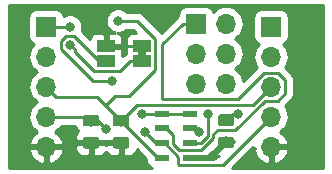
<source format=gbr>
G04 #@! TF.GenerationSoftware,KiCad,Pcbnew,5.0.0*
G04 #@! TF.CreationDate,2018-11-11T14:42:04-05:00*
G04 #@! TF.ProjectId,Barometer-Pi-Module,4261726F6D657465722D50692D4D6F64,rev?*
G04 #@! TF.SameCoordinates,Original*
G04 #@! TF.FileFunction,Copper,L1,Top,Signal*
G04 #@! TF.FilePolarity,Positive*
%FSLAX46Y46*%
G04 Gerber Fmt 4.6, Leading zero omitted, Abs format (unit mm)*
G04 Created by KiCad (PCBNEW 5.0.0) date Sun Nov 11 14:42:04 2018*
%MOMM*%
%LPD*%
G01*
G04 APERTURE LIST*
G04 #@! TA.AperFunction,ComponentPad*
%ADD10R,1.700000X1.700000*%
G04 #@! TD*
G04 #@! TA.AperFunction,ComponentPad*
%ADD11O,1.700000X1.700000*%
G04 #@! TD*
G04 #@! TA.AperFunction,SMDPad,CuDef*
%ADD12C,1.000000*%
G04 #@! TD*
G04 #@! TA.AperFunction,Conductor*
%ADD13C,0.100000*%
G04 #@! TD*
G04 #@! TA.AperFunction,SMDPad,CuDef*
%ADD14R,1.500000X1.000000*%
G04 #@! TD*
G04 #@! TA.AperFunction,SMDPad,CuDef*
%ADD15R,1.310000X0.530000*%
G04 #@! TD*
G04 #@! TA.AperFunction,SMDPad,CuDef*
%ADD16C,0.975000*%
G04 #@! TD*
G04 #@! TA.AperFunction,ViaPad*
%ADD17C,0.800000*%
G04 #@! TD*
G04 #@! TA.AperFunction,Conductor*
%ADD18C,0.250000*%
G04 #@! TD*
G04 #@! TA.AperFunction,Conductor*
%ADD19C,0.500000*%
G04 #@! TD*
G04 #@! TA.AperFunction,Conductor*
%ADD20C,0.254000*%
G04 #@! TD*
G04 APERTURE END LIST*
D10*
G04 #@! TO.P,J2,1*
G04 #@! TO.N,SPI_MISO*
X195580000Y-81026000D03*
D11*
G04 #@! TO.P,J2,2*
G04 #@! TO.N,SPI_VCC*
X198120000Y-81026000D03*
G04 #@! TO.P,J2,3*
G04 #@! TO.N,SPI_SCK*
X195580000Y-83566000D03*
G04 #@! TO.P,J2,4*
G04 #@! TO.N,SPI_MOSI*
X198120000Y-83566000D03*
G04 #@! TO.P,J2,5*
G04 #@! TO.N,SPI_CS*
X195580000Y-86106000D03*
G04 #@! TO.P,J2,6*
G04 #@! TO.N,Earth*
X198120000Y-86106000D03*
G04 #@! TD*
D12*
G04 #@! TO.P,JP2,1*
G04 #@! TO.N,VDD*
X191008000Y-82916000D03*
D13*
G04 #@! TD*
G04 #@! TO.N,VDD*
G04 #@! TO.C,JP2*
G36*
X191308000Y-83416000D02*
X191308000Y-83816000D01*
X190708000Y-83816000D01*
X190708000Y-83416000D01*
X190258000Y-83416000D01*
X190258000Y-82416000D01*
X191758000Y-82416000D01*
X191758000Y-83416000D01*
X191308000Y-83416000D01*
X191308000Y-83416000D01*
G37*
D14*
G04 #@! TO.P,JP2,2*
G04 #@! TO.N,PS*
X191008000Y-84216000D03*
G04 #@! TD*
G04 #@! TO.P,JP1,2*
G04 #@! TO.N,CSB*
X187960000Y-84216000D03*
G04 #@! TO.P,JP1,1*
G04 #@! TO.N,VDD*
X187960000Y-82916000D03*
G04 #@! TD*
D15*
G04 #@! TO.P,U1,1*
G04 #@! TO.N,VDD*
X195067296Y-92388545D03*
G04 #@! TO.P,U1,8*
G04 #@! TO.N,SCL*
X192667296Y-92388545D03*
G04 #@! TO.P,U1,2*
G04 #@! TO.N,PS*
X195067296Y-91138545D03*
G04 #@! TO.P,U1,3*
G04 #@! TO.N,Earth*
X195067296Y-89888545D03*
G04 #@! TO.P,U1,4*
G04 #@! TO.N,CSB*
X195067296Y-88638545D03*
G04 #@! TO.P,U1,5*
X192667296Y-88638545D03*
G04 #@! TO.P,U1,6*
G04 #@! TO.N,SPI_MISO*
X192667296Y-89888545D03*
G04 #@! TO.P,U1,7*
G04 #@! TO.N,SDA*
X192667296Y-91138545D03*
G04 #@! TD*
D11*
G04 #@! TO.P,J4,5*
G04 #@! TO.N,VDD*
X201930000Y-91440000D03*
G04 #@! TO.P,J4,4*
G04 #@! TO.N,SDA*
X201930000Y-88900000D03*
G04 #@! TO.P,J4,3*
G04 #@! TO.N,SCL*
X201930000Y-86360000D03*
G04 #@! TO.P,J4,2*
G04 #@! TO.N,Net-(J4-Pad2)*
X201930000Y-83820000D03*
D10*
G04 #@! TO.P,J4,1*
G04 #@! TO.N,Earth*
X201930000Y-81280000D03*
G04 #@! TD*
D11*
G04 #@! TO.P,J1,5*
G04 #@! TO.N,VDD*
X182880000Y-91440000D03*
G04 #@! TO.P,J1,4*
G04 #@! TO.N,SDA*
X182880000Y-88900000D03*
G04 #@! TO.P,J1,3*
G04 #@! TO.N,SCL*
X182880000Y-86360000D03*
G04 #@! TO.P,J1,2*
G04 #@! TO.N,Net-(J1-Pad2)*
X182880000Y-83820000D03*
D10*
G04 #@! TO.P,J1,1*
G04 #@! TO.N,Earth*
X182880000Y-81280000D03*
G04 #@! TD*
D13*
G04 #@! TO.N,VDD*
G04 #@! TO.C,C1*
G36*
X198600142Y-90583719D02*
X198623803Y-90587229D01*
X198647007Y-90593041D01*
X198669529Y-90601099D01*
X198691153Y-90611327D01*
X198711670Y-90623624D01*
X198730883Y-90637874D01*
X198748607Y-90653938D01*
X198764671Y-90671662D01*
X198778921Y-90690875D01*
X198791218Y-90711392D01*
X198801446Y-90733016D01*
X198809504Y-90755538D01*
X198815316Y-90778742D01*
X198818826Y-90802403D01*
X198820000Y-90826295D01*
X198820000Y-91313795D01*
X198818826Y-91337687D01*
X198815316Y-91361348D01*
X198809504Y-91384552D01*
X198801446Y-91407074D01*
X198791218Y-91428698D01*
X198778921Y-91449215D01*
X198764671Y-91468428D01*
X198748607Y-91486152D01*
X198730883Y-91502216D01*
X198711670Y-91516466D01*
X198691153Y-91528763D01*
X198669529Y-91538991D01*
X198647007Y-91547049D01*
X198623803Y-91552861D01*
X198600142Y-91556371D01*
X198576250Y-91557545D01*
X197663750Y-91557545D01*
X197639858Y-91556371D01*
X197616197Y-91552861D01*
X197592993Y-91547049D01*
X197570471Y-91538991D01*
X197548847Y-91528763D01*
X197528330Y-91516466D01*
X197509117Y-91502216D01*
X197491393Y-91486152D01*
X197475329Y-91468428D01*
X197461079Y-91449215D01*
X197448782Y-91428698D01*
X197438554Y-91407074D01*
X197430496Y-91384552D01*
X197424684Y-91361348D01*
X197421174Y-91337687D01*
X197420000Y-91313795D01*
X197420000Y-90826295D01*
X197421174Y-90802403D01*
X197424684Y-90778742D01*
X197430496Y-90755538D01*
X197438554Y-90733016D01*
X197448782Y-90711392D01*
X197461079Y-90690875D01*
X197475329Y-90671662D01*
X197491393Y-90653938D01*
X197509117Y-90637874D01*
X197528330Y-90623624D01*
X197548847Y-90611327D01*
X197570471Y-90601099D01*
X197592993Y-90593041D01*
X197616197Y-90587229D01*
X197639858Y-90583719D01*
X197663750Y-90582545D01*
X198576250Y-90582545D01*
X198600142Y-90583719D01*
X198600142Y-90583719D01*
G37*
D16*
G04 #@! TD*
G04 #@! TO.P,C1,1*
G04 #@! TO.N,VDD*
X198120000Y-91070045D03*
D13*
G04 #@! TO.N,Earth*
G04 #@! TO.C,C1*
G36*
X198600142Y-88708719D02*
X198623803Y-88712229D01*
X198647007Y-88718041D01*
X198669529Y-88726099D01*
X198691153Y-88736327D01*
X198711670Y-88748624D01*
X198730883Y-88762874D01*
X198748607Y-88778938D01*
X198764671Y-88796662D01*
X198778921Y-88815875D01*
X198791218Y-88836392D01*
X198801446Y-88858016D01*
X198809504Y-88880538D01*
X198815316Y-88903742D01*
X198818826Y-88927403D01*
X198820000Y-88951295D01*
X198820000Y-89438795D01*
X198818826Y-89462687D01*
X198815316Y-89486348D01*
X198809504Y-89509552D01*
X198801446Y-89532074D01*
X198791218Y-89553698D01*
X198778921Y-89574215D01*
X198764671Y-89593428D01*
X198748607Y-89611152D01*
X198730883Y-89627216D01*
X198711670Y-89641466D01*
X198691153Y-89653763D01*
X198669529Y-89663991D01*
X198647007Y-89672049D01*
X198623803Y-89677861D01*
X198600142Y-89681371D01*
X198576250Y-89682545D01*
X197663750Y-89682545D01*
X197639858Y-89681371D01*
X197616197Y-89677861D01*
X197592993Y-89672049D01*
X197570471Y-89663991D01*
X197548847Y-89653763D01*
X197528330Y-89641466D01*
X197509117Y-89627216D01*
X197491393Y-89611152D01*
X197475329Y-89593428D01*
X197461079Y-89574215D01*
X197448782Y-89553698D01*
X197438554Y-89532074D01*
X197430496Y-89509552D01*
X197424684Y-89486348D01*
X197421174Y-89462687D01*
X197420000Y-89438795D01*
X197420000Y-88951295D01*
X197421174Y-88927403D01*
X197424684Y-88903742D01*
X197430496Y-88880538D01*
X197438554Y-88858016D01*
X197448782Y-88836392D01*
X197461079Y-88815875D01*
X197475329Y-88796662D01*
X197491393Y-88778938D01*
X197509117Y-88762874D01*
X197528330Y-88748624D01*
X197548847Y-88736327D01*
X197570471Y-88726099D01*
X197592993Y-88718041D01*
X197616197Y-88712229D01*
X197639858Y-88708719D01*
X197663750Y-88707545D01*
X198576250Y-88707545D01*
X198600142Y-88708719D01*
X198600142Y-88708719D01*
G37*
D16*
G04 #@! TD*
G04 #@! TO.P,C1,2*
G04 #@! TO.N,Earth*
X198120000Y-89195045D03*
D13*
G04 #@! TO.N,SCL*
G04 #@! TO.C,R2*
G36*
X189710142Y-88746174D02*
X189733803Y-88749684D01*
X189757007Y-88755496D01*
X189779529Y-88763554D01*
X189801153Y-88773782D01*
X189821670Y-88786079D01*
X189840883Y-88800329D01*
X189858607Y-88816393D01*
X189874671Y-88834117D01*
X189888921Y-88853330D01*
X189901218Y-88873847D01*
X189911446Y-88895471D01*
X189919504Y-88917993D01*
X189925316Y-88941197D01*
X189928826Y-88964858D01*
X189930000Y-88988750D01*
X189930000Y-89476250D01*
X189928826Y-89500142D01*
X189925316Y-89523803D01*
X189919504Y-89547007D01*
X189911446Y-89569529D01*
X189901218Y-89591153D01*
X189888921Y-89611670D01*
X189874671Y-89630883D01*
X189858607Y-89648607D01*
X189840883Y-89664671D01*
X189821670Y-89678921D01*
X189801153Y-89691218D01*
X189779529Y-89701446D01*
X189757007Y-89709504D01*
X189733803Y-89715316D01*
X189710142Y-89718826D01*
X189686250Y-89720000D01*
X188773750Y-89720000D01*
X188749858Y-89718826D01*
X188726197Y-89715316D01*
X188702993Y-89709504D01*
X188680471Y-89701446D01*
X188658847Y-89691218D01*
X188638330Y-89678921D01*
X188619117Y-89664671D01*
X188601393Y-89648607D01*
X188585329Y-89630883D01*
X188571079Y-89611670D01*
X188558782Y-89591153D01*
X188548554Y-89569529D01*
X188540496Y-89547007D01*
X188534684Y-89523803D01*
X188531174Y-89500142D01*
X188530000Y-89476250D01*
X188530000Y-88988750D01*
X188531174Y-88964858D01*
X188534684Y-88941197D01*
X188540496Y-88917993D01*
X188548554Y-88895471D01*
X188558782Y-88873847D01*
X188571079Y-88853330D01*
X188585329Y-88834117D01*
X188601393Y-88816393D01*
X188619117Y-88800329D01*
X188638330Y-88786079D01*
X188658847Y-88773782D01*
X188680471Y-88763554D01*
X188702993Y-88755496D01*
X188726197Y-88749684D01*
X188749858Y-88746174D01*
X188773750Y-88745000D01*
X189686250Y-88745000D01*
X189710142Y-88746174D01*
X189710142Y-88746174D01*
G37*
D16*
G04 #@! TD*
G04 #@! TO.P,R2,2*
G04 #@! TO.N,SCL*
X189230000Y-89232500D03*
D13*
G04 #@! TO.N,VDD*
G04 #@! TO.C,R2*
G36*
X189710142Y-90621174D02*
X189733803Y-90624684D01*
X189757007Y-90630496D01*
X189779529Y-90638554D01*
X189801153Y-90648782D01*
X189821670Y-90661079D01*
X189840883Y-90675329D01*
X189858607Y-90691393D01*
X189874671Y-90709117D01*
X189888921Y-90728330D01*
X189901218Y-90748847D01*
X189911446Y-90770471D01*
X189919504Y-90792993D01*
X189925316Y-90816197D01*
X189928826Y-90839858D01*
X189930000Y-90863750D01*
X189930000Y-91351250D01*
X189928826Y-91375142D01*
X189925316Y-91398803D01*
X189919504Y-91422007D01*
X189911446Y-91444529D01*
X189901218Y-91466153D01*
X189888921Y-91486670D01*
X189874671Y-91505883D01*
X189858607Y-91523607D01*
X189840883Y-91539671D01*
X189821670Y-91553921D01*
X189801153Y-91566218D01*
X189779529Y-91576446D01*
X189757007Y-91584504D01*
X189733803Y-91590316D01*
X189710142Y-91593826D01*
X189686250Y-91595000D01*
X188773750Y-91595000D01*
X188749858Y-91593826D01*
X188726197Y-91590316D01*
X188702993Y-91584504D01*
X188680471Y-91576446D01*
X188658847Y-91566218D01*
X188638330Y-91553921D01*
X188619117Y-91539671D01*
X188601393Y-91523607D01*
X188585329Y-91505883D01*
X188571079Y-91486670D01*
X188558782Y-91466153D01*
X188548554Y-91444529D01*
X188540496Y-91422007D01*
X188534684Y-91398803D01*
X188531174Y-91375142D01*
X188530000Y-91351250D01*
X188530000Y-90863750D01*
X188531174Y-90839858D01*
X188534684Y-90816197D01*
X188540496Y-90792993D01*
X188548554Y-90770471D01*
X188558782Y-90748847D01*
X188571079Y-90728330D01*
X188585329Y-90709117D01*
X188601393Y-90691393D01*
X188619117Y-90675329D01*
X188638330Y-90661079D01*
X188658847Y-90648782D01*
X188680471Y-90638554D01*
X188702993Y-90630496D01*
X188726197Y-90624684D01*
X188749858Y-90621174D01*
X188773750Y-90620000D01*
X189686250Y-90620000D01*
X189710142Y-90621174D01*
X189710142Y-90621174D01*
G37*
D16*
G04 #@! TD*
G04 #@! TO.P,R2,1*
G04 #@! TO.N,VDD*
X189230000Y-91107500D03*
D13*
G04 #@! TO.N,VDD*
G04 #@! TO.C,R1*
G36*
X187170142Y-90621174D02*
X187193803Y-90624684D01*
X187217007Y-90630496D01*
X187239529Y-90638554D01*
X187261153Y-90648782D01*
X187281670Y-90661079D01*
X187300883Y-90675329D01*
X187318607Y-90691393D01*
X187334671Y-90709117D01*
X187348921Y-90728330D01*
X187361218Y-90748847D01*
X187371446Y-90770471D01*
X187379504Y-90792993D01*
X187385316Y-90816197D01*
X187388826Y-90839858D01*
X187390000Y-90863750D01*
X187390000Y-91351250D01*
X187388826Y-91375142D01*
X187385316Y-91398803D01*
X187379504Y-91422007D01*
X187371446Y-91444529D01*
X187361218Y-91466153D01*
X187348921Y-91486670D01*
X187334671Y-91505883D01*
X187318607Y-91523607D01*
X187300883Y-91539671D01*
X187281670Y-91553921D01*
X187261153Y-91566218D01*
X187239529Y-91576446D01*
X187217007Y-91584504D01*
X187193803Y-91590316D01*
X187170142Y-91593826D01*
X187146250Y-91595000D01*
X186233750Y-91595000D01*
X186209858Y-91593826D01*
X186186197Y-91590316D01*
X186162993Y-91584504D01*
X186140471Y-91576446D01*
X186118847Y-91566218D01*
X186098330Y-91553921D01*
X186079117Y-91539671D01*
X186061393Y-91523607D01*
X186045329Y-91505883D01*
X186031079Y-91486670D01*
X186018782Y-91466153D01*
X186008554Y-91444529D01*
X186000496Y-91422007D01*
X185994684Y-91398803D01*
X185991174Y-91375142D01*
X185990000Y-91351250D01*
X185990000Y-90863750D01*
X185991174Y-90839858D01*
X185994684Y-90816197D01*
X186000496Y-90792993D01*
X186008554Y-90770471D01*
X186018782Y-90748847D01*
X186031079Y-90728330D01*
X186045329Y-90709117D01*
X186061393Y-90691393D01*
X186079117Y-90675329D01*
X186098330Y-90661079D01*
X186118847Y-90648782D01*
X186140471Y-90638554D01*
X186162993Y-90630496D01*
X186186197Y-90624684D01*
X186209858Y-90621174D01*
X186233750Y-90620000D01*
X187146250Y-90620000D01*
X187170142Y-90621174D01*
X187170142Y-90621174D01*
G37*
D16*
G04 #@! TD*
G04 #@! TO.P,R1,1*
G04 #@! TO.N,VDD*
X186690000Y-91107500D03*
D13*
G04 #@! TO.N,SDA*
G04 #@! TO.C,R1*
G36*
X187170142Y-88746174D02*
X187193803Y-88749684D01*
X187217007Y-88755496D01*
X187239529Y-88763554D01*
X187261153Y-88773782D01*
X187281670Y-88786079D01*
X187300883Y-88800329D01*
X187318607Y-88816393D01*
X187334671Y-88834117D01*
X187348921Y-88853330D01*
X187361218Y-88873847D01*
X187371446Y-88895471D01*
X187379504Y-88917993D01*
X187385316Y-88941197D01*
X187388826Y-88964858D01*
X187390000Y-88988750D01*
X187390000Y-89476250D01*
X187388826Y-89500142D01*
X187385316Y-89523803D01*
X187379504Y-89547007D01*
X187371446Y-89569529D01*
X187361218Y-89591153D01*
X187348921Y-89611670D01*
X187334671Y-89630883D01*
X187318607Y-89648607D01*
X187300883Y-89664671D01*
X187281670Y-89678921D01*
X187261153Y-89691218D01*
X187239529Y-89701446D01*
X187217007Y-89709504D01*
X187193803Y-89715316D01*
X187170142Y-89718826D01*
X187146250Y-89720000D01*
X186233750Y-89720000D01*
X186209858Y-89718826D01*
X186186197Y-89715316D01*
X186162993Y-89709504D01*
X186140471Y-89701446D01*
X186118847Y-89691218D01*
X186098330Y-89678921D01*
X186079117Y-89664671D01*
X186061393Y-89648607D01*
X186045329Y-89630883D01*
X186031079Y-89611670D01*
X186018782Y-89591153D01*
X186008554Y-89569529D01*
X186000496Y-89547007D01*
X185994684Y-89523803D01*
X185991174Y-89500142D01*
X185990000Y-89476250D01*
X185990000Y-88988750D01*
X185991174Y-88964858D01*
X185994684Y-88941197D01*
X186000496Y-88917993D01*
X186008554Y-88895471D01*
X186018782Y-88873847D01*
X186031079Y-88853330D01*
X186045329Y-88834117D01*
X186061393Y-88816393D01*
X186079117Y-88800329D01*
X186098330Y-88786079D01*
X186118847Y-88773782D01*
X186140471Y-88763554D01*
X186162993Y-88755496D01*
X186186197Y-88749684D01*
X186209858Y-88746174D01*
X186233750Y-88745000D01*
X187146250Y-88745000D01*
X187170142Y-88746174D01*
X187170142Y-88746174D01*
G37*
D16*
G04 #@! TD*
G04 #@! TO.P,R1,2*
G04 #@! TO.N,SDA*
X186690000Y-89232500D03*
D17*
G04 #@! TO.N,VDD*
X197104000Y-92202000D03*
G04 #@! TO.N,SDA*
X191262000Y-90170000D03*
X187960000Y-89916000D03*
G04 #@! TO.N,SCL*
X188976000Y-80772000D03*
G04 #@! TO.N,Earth*
X199136000Y-88646000D03*
X195834000Y-90170000D03*
X184912000Y-81280000D03*
G04 #@! TO.N,CSB*
X188468000Y-85852000D03*
X191008000Y-88646000D03*
G04 #@! TO.N,PS*
X184912000Y-82804000D03*
X196596000Y-88646000D03*
G04 #@! TD*
D18*
G04 #@! TO.N,VDD*
X191008000Y-82916000D02*
X187960000Y-82916000D01*
D19*
X196917455Y-92388545D02*
X195067296Y-92388545D01*
X197104000Y-92202000D02*
X196917455Y-92388545D01*
X197104000Y-92086045D02*
X198120000Y-91070045D01*
X197104000Y-92202000D02*
X197104000Y-92086045D01*
X198120000Y-91070045D02*
X198743955Y-91070045D01*
D18*
G04 #@! TO.N,SDA*
X192667296Y-91138545D02*
X193057296Y-91138545D01*
X201080001Y-89749999D02*
X201930000Y-88900000D01*
X197851454Y-92978546D02*
X201080001Y-89749999D01*
X194152295Y-92978546D02*
X197851454Y-92978546D01*
X186357500Y-88900000D02*
X186690000Y-89232500D01*
X182880000Y-88900000D02*
X186357500Y-88900000D01*
X187276500Y-89232500D02*
X187960000Y-89916000D01*
X186690000Y-89232500D02*
X187276500Y-89232500D01*
X192230545Y-91138545D02*
X192667296Y-91138545D01*
X191262000Y-90170000D02*
X192230545Y-91138545D01*
X194087295Y-92913546D02*
X194152295Y-92978546D01*
X194087295Y-92303542D02*
X194087295Y-92913546D01*
X192922298Y-91138545D02*
X194087295Y-92303542D01*
X192667296Y-91138545D02*
X192922298Y-91138545D01*
G04 #@! TO.N,SCL*
X189230000Y-89341249D02*
X189230000Y-89232500D01*
X192667296Y-92388545D02*
X192277296Y-92388545D01*
X201080001Y-87209999D02*
X201930000Y-86360000D01*
X190578500Y-87884000D02*
X200406000Y-87884000D01*
X200406000Y-87884000D02*
X201080001Y-87209999D01*
X189230000Y-89232500D02*
X190578500Y-87884000D01*
X192386045Y-92388545D02*
X192667296Y-92388545D01*
X189230000Y-89232500D02*
X192386045Y-92388545D01*
X182880000Y-86360000D02*
X183729999Y-87209999D01*
X183729999Y-87209999D02*
X187207499Y-87209999D01*
X192083001Y-84976001D02*
X189937002Y-87122000D01*
X188976000Y-80772000D02*
X190573636Y-80772000D01*
X192083001Y-82281365D02*
X192083001Y-84976001D01*
X190573636Y-80772000D02*
X192083001Y-82281365D01*
X189937002Y-87122000D02*
X188722000Y-87122000D01*
X187960000Y-87884000D02*
X187960000Y-87962500D01*
X188722000Y-87122000D02*
X187960000Y-87884000D01*
X187207499Y-87209999D02*
X187960000Y-87962500D01*
X187960000Y-87962500D02*
X189230000Y-89232500D01*
G04 #@! TO.N,Earth*
X198669045Y-88646000D02*
X198120000Y-89195045D01*
X199390000Y-88646000D02*
X198669045Y-88646000D01*
X195552545Y-89888545D02*
X195834000Y-90170000D01*
X195067296Y-89888545D02*
X195552545Y-89888545D01*
X183134000Y-81534000D02*
X182880000Y-81280000D01*
X184912000Y-81280000D02*
X182880000Y-81280000D01*
G04 #@! TO.N,SPI_MISO*
X193057296Y-89888545D02*
X192667296Y-89888545D01*
X193647297Y-90478546D02*
X193057296Y-89888545D01*
X197046009Y-90389706D02*
X197046009Y-90701242D01*
X197428160Y-90007555D02*
X197046009Y-90389706D01*
X193647297Y-91223548D02*
X193647297Y-90478546D01*
X202494001Y-87535001D02*
X201391409Y-87535001D01*
X203105001Y-86924001D02*
X202494001Y-87535001D01*
X194152295Y-91728546D02*
X193647297Y-91223548D01*
X202494001Y-85184999D02*
X203105001Y-85795999D01*
X201365999Y-85184999D02*
X202494001Y-85184999D01*
X199117008Y-87433990D02*
X201365999Y-85184999D01*
X203105001Y-85795999D02*
X203105001Y-86924001D01*
X192728010Y-87433990D02*
X199117008Y-87433990D01*
X197046009Y-90701242D02*
X196018705Y-91728546D01*
X192728010Y-82777990D02*
X192728010Y-87433990D01*
X194480000Y-81026000D02*
X192728010Y-82777990D01*
X196018705Y-91728546D02*
X194152295Y-91728546D01*
X195580000Y-81026000D02*
X194480000Y-81026000D01*
X198918855Y-90007555D02*
X197428160Y-90007555D01*
X201391409Y-87535001D02*
X198918855Y-90007555D01*
G04 #@! TO.N,CSB*
X192667296Y-88638545D02*
X195067296Y-88638545D01*
X192659841Y-88646000D02*
X192667296Y-88638545D01*
X191008000Y-88646000D02*
X192659841Y-88646000D01*
X187397002Y-84216000D02*
X187960000Y-84216000D01*
X184563999Y-82078999D02*
X185260001Y-82078999D01*
X185260001Y-82078999D02*
X187397002Y-84216000D01*
X184186999Y-82455999D02*
X184563999Y-82078999D01*
X184186999Y-83152001D02*
X184186999Y-82455999D01*
X186886998Y-85852000D02*
X184186999Y-83152001D01*
X188468000Y-85852000D02*
X186886998Y-85852000D01*
G04 #@! TO.N,PS*
X196596000Y-89211685D02*
X196596000Y-88646000D01*
X195972296Y-91138545D02*
X196596000Y-90514841D01*
X196596000Y-90514841D02*
X196596000Y-89211685D01*
X195067296Y-91138545D02*
X195972296Y-91138545D01*
X190008000Y-84216000D02*
X191008000Y-84216000D01*
X189182999Y-85041001D02*
X190008000Y-84216000D01*
X186949999Y-85041001D02*
X189182999Y-85041001D01*
X185311999Y-83203999D02*
X185311999Y-83403001D01*
X185311999Y-83403001D02*
X186949999Y-85041001D01*
X184912000Y-82804000D02*
X185311999Y-83203999D01*
G04 #@! TD*
D20*
G04 #@! TO.N,VDD*
G36*
X206300001Y-93270000D02*
X198634801Y-93270000D01*
X200445000Y-91459801D01*
X200445000Y-91567002D01*
X200609844Y-91567002D01*
X200488524Y-91796890D01*
X200533175Y-91944099D01*
X200658359Y-92206920D01*
X200832412Y-92440269D01*
X201048645Y-92635178D01*
X201298748Y-92784157D01*
X201573109Y-92881481D01*
X201803000Y-92760814D01*
X201803000Y-91567000D01*
X202057000Y-91567000D01*
X202057000Y-92760814D01*
X202286891Y-92881481D01*
X202561252Y-92784157D01*
X202811355Y-92635178D01*
X203027588Y-92440269D01*
X203201641Y-92206920D01*
X203326825Y-91944099D01*
X203371476Y-91796890D01*
X203250155Y-91567000D01*
X202057000Y-91567000D01*
X201803000Y-91567000D01*
X201783000Y-91567000D01*
X201783000Y-91313000D01*
X201803000Y-91313000D01*
X201803000Y-91293000D01*
X202057000Y-91293000D01*
X202057000Y-91313000D01*
X203250155Y-91313000D01*
X203371476Y-91083110D01*
X203326825Y-90935901D01*
X203201641Y-90673080D01*
X203027588Y-90439731D01*
X202811355Y-90244822D01*
X202694477Y-90175201D01*
X202759014Y-90140706D01*
X202985134Y-89955134D01*
X203170706Y-89729014D01*
X203308599Y-89471034D01*
X203393513Y-89191111D01*
X203422185Y-88900000D01*
X203393513Y-88608889D01*
X203308599Y-88328966D01*
X203170706Y-88070986D01*
X203108552Y-87995251D01*
X203616009Y-87487796D01*
X203645002Y-87464002D01*
X203668796Y-87435009D01*
X203668800Y-87435005D01*
X203739974Y-87348278D01*
X203739975Y-87348277D01*
X203810547Y-87216248D01*
X203854004Y-87072987D01*
X203865001Y-86961334D01*
X203865001Y-86961325D01*
X203868677Y-86924002D01*
X203865001Y-86886679D01*
X203865001Y-85833321D01*
X203868677Y-85795998D01*
X203865001Y-85758675D01*
X203865001Y-85758666D01*
X203854004Y-85647013D01*
X203810547Y-85503752D01*
X203739975Y-85371723D01*
X203709004Y-85333985D01*
X203668800Y-85284995D01*
X203668796Y-85284991D01*
X203645002Y-85255998D01*
X203616010Y-85232205D01*
X203108552Y-84724749D01*
X203170706Y-84649014D01*
X203308599Y-84391034D01*
X203393513Y-84111111D01*
X203422185Y-83820000D01*
X203393513Y-83528889D01*
X203308599Y-83248966D01*
X203170706Y-82990986D01*
X202985134Y-82764866D01*
X202955313Y-82740393D01*
X203024180Y-82719502D01*
X203134494Y-82660537D01*
X203231185Y-82581185D01*
X203310537Y-82484494D01*
X203369502Y-82374180D01*
X203405812Y-82254482D01*
X203418072Y-82130000D01*
X203418072Y-80430000D01*
X203405812Y-80305518D01*
X203369502Y-80185820D01*
X203310537Y-80075506D01*
X203231185Y-79978815D01*
X203134494Y-79899463D01*
X203024180Y-79840498D01*
X202904482Y-79804188D01*
X202780000Y-79791928D01*
X201080000Y-79791928D01*
X200955518Y-79804188D01*
X200835820Y-79840498D01*
X200725506Y-79899463D01*
X200628815Y-79978815D01*
X200549463Y-80075506D01*
X200490498Y-80185820D01*
X200454188Y-80305518D01*
X200441928Y-80430000D01*
X200441928Y-82130000D01*
X200454188Y-82254482D01*
X200490498Y-82374180D01*
X200549463Y-82484494D01*
X200628815Y-82581185D01*
X200725506Y-82660537D01*
X200835820Y-82719502D01*
X200904687Y-82740393D01*
X200874866Y-82764866D01*
X200689294Y-82990986D01*
X200551401Y-83248966D01*
X200466487Y-83528889D01*
X200437815Y-83820000D01*
X200466487Y-84111111D01*
X200551401Y-84391034D01*
X200689294Y-84649014D01*
X200751448Y-84724748D01*
X199590488Y-85885708D01*
X199583513Y-85814889D01*
X199498599Y-85534966D01*
X199360706Y-85276986D01*
X199175134Y-85050866D01*
X198949014Y-84865294D01*
X198894209Y-84836000D01*
X198949014Y-84806706D01*
X199175134Y-84621134D01*
X199360706Y-84395014D01*
X199498599Y-84137034D01*
X199583513Y-83857111D01*
X199612185Y-83566000D01*
X199583513Y-83274889D01*
X199498599Y-82994966D01*
X199360706Y-82736986D01*
X199175134Y-82510866D01*
X198949014Y-82325294D01*
X198894209Y-82296000D01*
X198949014Y-82266706D01*
X199175134Y-82081134D01*
X199360706Y-81855014D01*
X199498599Y-81597034D01*
X199583513Y-81317111D01*
X199612185Y-81026000D01*
X199583513Y-80734889D01*
X199498599Y-80454966D01*
X199360706Y-80196986D01*
X199175134Y-79970866D01*
X198949014Y-79785294D01*
X198691034Y-79647401D01*
X198411111Y-79562487D01*
X198192950Y-79541000D01*
X198047050Y-79541000D01*
X197828889Y-79562487D01*
X197548966Y-79647401D01*
X197290986Y-79785294D01*
X197064866Y-79970866D01*
X197040393Y-80000687D01*
X197019502Y-79931820D01*
X196960537Y-79821506D01*
X196881185Y-79724815D01*
X196784494Y-79645463D01*
X196674180Y-79586498D01*
X196554482Y-79550188D01*
X196430000Y-79537928D01*
X194730000Y-79537928D01*
X194605518Y-79550188D01*
X194485820Y-79586498D01*
X194375506Y-79645463D01*
X194278815Y-79724815D01*
X194199463Y-79821506D01*
X194140498Y-79931820D01*
X194104188Y-80051518D01*
X194091928Y-80176000D01*
X194091928Y-80371674D01*
X194055723Y-80391026D01*
X194008234Y-80430000D01*
X193939999Y-80485999D01*
X193916201Y-80514997D01*
X192653128Y-81778071D01*
X192646800Y-81770361D01*
X192646796Y-81770357D01*
X192623002Y-81741364D01*
X192594010Y-81717571D01*
X191137439Y-80261002D01*
X191113637Y-80231999D01*
X190997912Y-80137026D01*
X190865883Y-80066454D01*
X190722622Y-80022997D01*
X190610969Y-80012000D01*
X190610958Y-80012000D01*
X190573636Y-80008324D01*
X190536314Y-80012000D01*
X189679711Y-80012000D01*
X189635774Y-79968063D01*
X189466256Y-79854795D01*
X189277898Y-79776774D01*
X189077939Y-79737000D01*
X188874061Y-79737000D01*
X188674102Y-79776774D01*
X188485744Y-79854795D01*
X188316226Y-79968063D01*
X188172063Y-80112226D01*
X188058795Y-80281744D01*
X187980774Y-80470102D01*
X187941000Y-80670061D01*
X187941000Y-80873939D01*
X187980774Y-81073898D01*
X188058795Y-81262256D01*
X188172063Y-81431774D01*
X188316226Y-81575937D01*
X188485744Y-81689205D01*
X188674102Y-81767226D01*
X188743349Y-81781000D01*
X188245750Y-81781000D01*
X188087000Y-81939750D01*
X188087000Y-82789000D01*
X189186250Y-82789000D01*
X189345000Y-82630250D01*
X189345000Y-82353458D01*
X189320597Y-82230777D01*
X189272730Y-82115215D01*
X189203237Y-82011211D01*
X189114789Y-81922763D01*
X189010785Y-81853270D01*
X188899079Y-81807000D01*
X189077939Y-81807000D01*
X189277898Y-81767226D01*
X189466256Y-81689205D01*
X189635774Y-81575937D01*
X189679711Y-81532000D01*
X190258835Y-81532000D01*
X190504762Y-81777928D01*
X190258000Y-81777928D01*
X190133518Y-81790188D01*
X190013820Y-81826498D01*
X189903506Y-81885463D01*
X189806815Y-81964815D01*
X189727463Y-82061506D01*
X189668498Y-82171820D01*
X189632188Y-82291518D01*
X189619928Y-82416000D01*
X189619928Y-83416000D01*
X189632188Y-83540482D01*
X189636009Y-83553079D01*
X189583724Y-83581026D01*
X189467999Y-83675999D01*
X189444201Y-83704997D01*
X189348072Y-83801126D01*
X189348072Y-83716000D01*
X189335812Y-83591518D01*
X189327789Y-83565069D01*
X189345000Y-83478542D01*
X189345000Y-83201750D01*
X189186250Y-83043000D01*
X188087000Y-83043000D01*
X188087000Y-83063000D01*
X187833000Y-83063000D01*
X187833000Y-83043000D01*
X187813000Y-83043000D01*
X187813000Y-82789000D01*
X187833000Y-82789000D01*
X187833000Y-81939750D01*
X187674250Y-81781000D01*
X187147458Y-81781000D01*
X187024777Y-81805403D01*
X186909215Y-81853270D01*
X186805211Y-81922763D01*
X186716763Y-82011211D01*
X186647270Y-82115215D01*
X186599403Y-82230777D01*
X186580684Y-82324881D01*
X185886863Y-81631059D01*
X185907226Y-81581898D01*
X185947000Y-81381939D01*
X185947000Y-81178061D01*
X185907226Y-80978102D01*
X185829205Y-80789744D01*
X185715937Y-80620226D01*
X185571774Y-80476063D01*
X185402256Y-80362795D01*
X185213898Y-80284774D01*
X185013939Y-80245000D01*
X184810061Y-80245000D01*
X184610102Y-80284774D01*
X184421744Y-80362795D01*
X184365176Y-80400593D01*
X184355812Y-80305518D01*
X184319502Y-80185820D01*
X184260537Y-80075506D01*
X184181185Y-79978815D01*
X184084494Y-79899463D01*
X183974180Y-79840498D01*
X183854482Y-79804188D01*
X183730000Y-79791928D01*
X182030000Y-79791928D01*
X181905518Y-79804188D01*
X181785820Y-79840498D01*
X181675506Y-79899463D01*
X181578815Y-79978815D01*
X181499463Y-80075506D01*
X181440498Y-80185820D01*
X181404188Y-80305518D01*
X181391928Y-80430000D01*
X181391928Y-82130000D01*
X181404188Y-82254482D01*
X181440498Y-82374180D01*
X181499463Y-82484494D01*
X181578815Y-82581185D01*
X181675506Y-82660537D01*
X181785820Y-82719502D01*
X181854687Y-82740393D01*
X181824866Y-82764866D01*
X181639294Y-82990986D01*
X181501401Y-83248966D01*
X181416487Y-83528889D01*
X181387815Y-83820000D01*
X181416487Y-84111111D01*
X181501401Y-84391034D01*
X181639294Y-84649014D01*
X181824866Y-84875134D01*
X182050986Y-85060706D01*
X182105791Y-85090000D01*
X182050986Y-85119294D01*
X181824866Y-85304866D01*
X181639294Y-85530986D01*
X181501401Y-85788966D01*
X181416487Y-86068889D01*
X181387815Y-86360000D01*
X181416487Y-86651111D01*
X181501401Y-86931034D01*
X181639294Y-87189014D01*
X181824866Y-87415134D01*
X182050986Y-87600706D01*
X182105791Y-87630000D01*
X182050986Y-87659294D01*
X181824866Y-87844866D01*
X181639294Y-88070986D01*
X181501401Y-88328966D01*
X181416487Y-88608889D01*
X181387815Y-88900000D01*
X181416487Y-89191111D01*
X181501401Y-89471034D01*
X181639294Y-89729014D01*
X181824866Y-89955134D01*
X182050986Y-90140706D01*
X182115523Y-90175201D01*
X181998645Y-90244822D01*
X181782412Y-90439731D01*
X181608359Y-90673080D01*
X181483175Y-90935901D01*
X181438524Y-91083110D01*
X181559845Y-91313000D01*
X182753000Y-91313000D01*
X182753000Y-91293000D01*
X183007000Y-91293000D01*
X183007000Y-91313000D01*
X184200155Y-91313000D01*
X184321476Y-91083110D01*
X184276825Y-90935901D01*
X184151641Y-90673080D01*
X183977588Y-90439731D01*
X183761355Y-90244822D01*
X183644477Y-90175201D01*
X183709014Y-90140706D01*
X183935134Y-89955134D01*
X184120706Y-89729014D01*
X184157595Y-89660000D01*
X185372426Y-89660000D01*
X185419053Y-89813709D01*
X185500542Y-89966164D01*
X185610208Y-90099792D01*
X185617105Y-90105452D01*
X185585211Y-90126763D01*
X185496763Y-90215211D01*
X185427270Y-90319215D01*
X185379403Y-90434777D01*
X185355000Y-90557458D01*
X185355000Y-90821750D01*
X185513750Y-90980500D01*
X186563000Y-90980500D01*
X186563000Y-90960500D01*
X186817000Y-90960500D01*
X186817000Y-90980500D01*
X187866250Y-90980500D01*
X187895750Y-90951000D01*
X188024250Y-90951000D01*
X188053750Y-90980500D01*
X189103000Y-90980500D01*
X189103000Y-90960500D01*
X189357000Y-90960500D01*
X189357000Y-90980500D01*
X189377000Y-90980500D01*
X189377000Y-91234500D01*
X189357000Y-91234500D01*
X189357000Y-92071250D01*
X189515750Y-92230000D01*
X189992542Y-92230000D01*
X190115223Y-92205597D01*
X190230785Y-92157730D01*
X190334789Y-92088237D01*
X190423237Y-91999789D01*
X190492730Y-91895785D01*
X190540597Y-91780223D01*
X190565000Y-91657542D01*
X190565000Y-91642302D01*
X191374224Y-92451526D01*
X191374224Y-92653545D01*
X191386484Y-92778027D01*
X191422794Y-92897725D01*
X191481759Y-93008039D01*
X191561111Y-93104730D01*
X191657802Y-93184082D01*
X191768116Y-93243047D01*
X191856968Y-93270000D01*
X179780000Y-93270000D01*
X179780000Y-91796890D01*
X181438524Y-91796890D01*
X181483175Y-91944099D01*
X181608359Y-92206920D01*
X181782412Y-92440269D01*
X181998645Y-92635178D01*
X182248748Y-92784157D01*
X182523109Y-92881481D01*
X182753000Y-92760814D01*
X182753000Y-91567000D01*
X183007000Y-91567000D01*
X183007000Y-92760814D01*
X183236891Y-92881481D01*
X183511252Y-92784157D01*
X183761355Y-92635178D01*
X183977588Y-92440269D01*
X184151641Y-92206920D01*
X184276825Y-91944099D01*
X184321476Y-91796890D01*
X184200155Y-91567000D01*
X183007000Y-91567000D01*
X182753000Y-91567000D01*
X181559845Y-91567000D01*
X181438524Y-91796890D01*
X179780000Y-91796890D01*
X179780000Y-91393250D01*
X185355000Y-91393250D01*
X185355000Y-91657542D01*
X185379403Y-91780223D01*
X185427270Y-91895785D01*
X185496763Y-91999789D01*
X185585211Y-92088237D01*
X185689215Y-92157730D01*
X185804777Y-92205597D01*
X185927458Y-92230000D01*
X186404250Y-92230000D01*
X186563000Y-92071250D01*
X186563000Y-91234500D01*
X186817000Y-91234500D01*
X186817000Y-92071250D01*
X186975750Y-92230000D01*
X187452542Y-92230000D01*
X187575223Y-92205597D01*
X187690785Y-92157730D01*
X187794789Y-92088237D01*
X187883237Y-91999789D01*
X187952730Y-91895785D01*
X187960000Y-91878234D01*
X187967270Y-91895785D01*
X188036763Y-91999789D01*
X188125211Y-92088237D01*
X188229215Y-92157730D01*
X188344777Y-92205597D01*
X188467458Y-92230000D01*
X188944250Y-92230000D01*
X189103000Y-92071250D01*
X189103000Y-91234500D01*
X188053750Y-91234500D01*
X187960000Y-91328250D01*
X187866250Y-91234500D01*
X186817000Y-91234500D01*
X186563000Y-91234500D01*
X185513750Y-91234500D01*
X185355000Y-91393250D01*
X179780000Y-91393250D01*
X179780000Y-79450000D01*
X206300000Y-79450000D01*
X206300001Y-93270000D01*
X206300001Y-93270000D01*
G37*
X206300001Y-93270000D02*
X198634801Y-93270000D01*
X200445000Y-91459801D01*
X200445000Y-91567002D01*
X200609844Y-91567002D01*
X200488524Y-91796890D01*
X200533175Y-91944099D01*
X200658359Y-92206920D01*
X200832412Y-92440269D01*
X201048645Y-92635178D01*
X201298748Y-92784157D01*
X201573109Y-92881481D01*
X201803000Y-92760814D01*
X201803000Y-91567000D01*
X202057000Y-91567000D01*
X202057000Y-92760814D01*
X202286891Y-92881481D01*
X202561252Y-92784157D01*
X202811355Y-92635178D01*
X203027588Y-92440269D01*
X203201641Y-92206920D01*
X203326825Y-91944099D01*
X203371476Y-91796890D01*
X203250155Y-91567000D01*
X202057000Y-91567000D01*
X201803000Y-91567000D01*
X201783000Y-91567000D01*
X201783000Y-91313000D01*
X201803000Y-91313000D01*
X201803000Y-91293000D01*
X202057000Y-91293000D01*
X202057000Y-91313000D01*
X203250155Y-91313000D01*
X203371476Y-91083110D01*
X203326825Y-90935901D01*
X203201641Y-90673080D01*
X203027588Y-90439731D01*
X202811355Y-90244822D01*
X202694477Y-90175201D01*
X202759014Y-90140706D01*
X202985134Y-89955134D01*
X203170706Y-89729014D01*
X203308599Y-89471034D01*
X203393513Y-89191111D01*
X203422185Y-88900000D01*
X203393513Y-88608889D01*
X203308599Y-88328966D01*
X203170706Y-88070986D01*
X203108552Y-87995251D01*
X203616009Y-87487796D01*
X203645002Y-87464002D01*
X203668796Y-87435009D01*
X203668800Y-87435005D01*
X203739974Y-87348278D01*
X203739975Y-87348277D01*
X203810547Y-87216248D01*
X203854004Y-87072987D01*
X203865001Y-86961334D01*
X203865001Y-86961325D01*
X203868677Y-86924002D01*
X203865001Y-86886679D01*
X203865001Y-85833321D01*
X203868677Y-85795998D01*
X203865001Y-85758675D01*
X203865001Y-85758666D01*
X203854004Y-85647013D01*
X203810547Y-85503752D01*
X203739975Y-85371723D01*
X203709004Y-85333985D01*
X203668800Y-85284995D01*
X203668796Y-85284991D01*
X203645002Y-85255998D01*
X203616010Y-85232205D01*
X203108552Y-84724749D01*
X203170706Y-84649014D01*
X203308599Y-84391034D01*
X203393513Y-84111111D01*
X203422185Y-83820000D01*
X203393513Y-83528889D01*
X203308599Y-83248966D01*
X203170706Y-82990986D01*
X202985134Y-82764866D01*
X202955313Y-82740393D01*
X203024180Y-82719502D01*
X203134494Y-82660537D01*
X203231185Y-82581185D01*
X203310537Y-82484494D01*
X203369502Y-82374180D01*
X203405812Y-82254482D01*
X203418072Y-82130000D01*
X203418072Y-80430000D01*
X203405812Y-80305518D01*
X203369502Y-80185820D01*
X203310537Y-80075506D01*
X203231185Y-79978815D01*
X203134494Y-79899463D01*
X203024180Y-79840498D01*
X202904482Y-79804188D01*
X202780000Y-79791928D01*
X201080000Y-79791928D01*
X200955518Y-79804188D01*
X200835820Y-79840498D01*
X200725506Y-79899463D01*
X200628815Y-79978815D01*
X200549463Y-80075506D01*
X200490498Y-80185820D01*
X200454188Y-80305518D01*
X200441928Y-80430000D01*
X200441928Y-82130000D01*
X200454188Y-82254482D01*
X200490498Y-82374180D01*
X200549463Y-82484494D01*
X200628815Y-82581185D01*
X200725506Y-82660537D01*
X200835820Y-82719502D01*
X200904687Y-82740393D01*
X200874866Y-82764866D01*
X200689294Y-82990986D01*
X200551401Y-83248966D01*
X200466487Y-83528889D01*
X200437815Y-83820000D01*
X200466487Y-84111111D01*
X200551401Y-84391034D01*
X200689294Y-84649014D01*
X200751448Y-84724748D01*
X199590488Y-85885708D01*
X199583513Y-85814889D01*
X199498599Y-85534966D01*
X199360706Y-85276986D01*
X199175134Y-85050866D01*
X198949014Y-84865294D01*
X198894209Y-84836000D01*
X198949014Y-84806706D01*
X199175134Y-84621134D01*
X199360706Y-84395014D01*
X199498599Y-84137034D01*
X199583513Y-83857111D01*
X199612185Y-83566000D01*
X199583513Y-83274889D01*
X199498599Y-82994966D01*
X199360706Y-82736986D01*
X199175134Y-82510866D01*
X198949014Y-82325294D01*
X198894209Y-82296000D01*
X198949014Y-82266706D01*
X199175134Y-82081134D01*
X199360706Y-81855014D01*
X199498599Y-81597034D01*
X199583513Y-81317111D01*
X199612185Y-81026000D01*
X199583513Y-80734889D01*
X199498599Y-80454966D01*
X199360706Y-80196986D01*
X199175134Y-79970866D01*
X198949014Y-79785294D01*
X198691034Y-79647401D01*
X198411111Y-79562487D01*
X198192950Y-79541000D01*
X198047050Y-79541000D01*
X197828889Y-79562487D01*
X197548966Y-79647401D01*
X197290986Y-79785294D01*
X197064866Y-79970866D01*
X197040393Y-80000687D01*
X197019502Y-79931820D01*
X196960537Y-79821506D01*
X196881185Y-79724815D01*
X196784494Y-79645463D01*
X196674180Y-79586498D01*
X196554482Y-79550188D01*
X196430000Y-79537928D01*
X194730000Y-79537928D01*
X194605518Y-79550188D01*
X194485820Y-79586498D01*
X194375506Y-79645463D01*
X194278815Y-79724815D01*
X194199463Y-79821506D01*
X194140498Y-79931820D01*
X194104188Y-80051518D01*
X194091928Y-80176000D01*
X194091928Y-80371674D01*
X194055723Y-80391026D01*
X194008234Y-80430000D01*
X193939999Y-80485999D01*
X193916201Y-80514997D01*
X192653128Y-81778071D01*
X192646800Y-81770361D01*
X192646796Y-81770357D01*
X192623002Y-81741364D01*
X192594010Y-81717571D01*
X191137439Y-80261002D01*
X191113637Y-80231999D01*
X190997912Y-80137026D01*
X190865883Y-80066454D01*
X190722622Y-80022997D01*
X190610969Y-80012000D01*
X190610958Y-80012000D01*
X190573636Y-80008324D01*
X190536314Y-80012000D01*
X189679711Y-80012000D01*
X189635774Y-79968063D01*
X189466256Y-79854795D01*
X189277898Y-79776774D01*
X189077939Y-79737000D01*
X188874061Y-79737000D01*
X188674102Y-79776774D01*
X188485744Y-79854795D01*
X188316226Y-79968063D01*
X188172063Y-80112226D01*
X188058795Y-80281744D01*
X187980774Y-80470102D01*
X187941000Y-80670061D01*
X187941000Y-80873939D01*
X187980774Y-81073898D01*
X188058795Y-81262256D01*
X188172063Y-81431774D01*
X188316226Y-81575937D01*
X188485744Y-81689205D01*
X188674102Y-81767226D01*
X188743349Y-81781000D01*
X188245750Y-81781000D01*
X188087000Y-81939750D01*
X188087000Y-82789000D01*
X189186250Y-82789000D01*
X189345000Y-82630250D01*
X189345000Y-82353458D01*
X189320597Y-82230777D01*
X189272730Y-82115215D01*
X189203237Y-82011211D01*
X189114789Y-81922763D01*
X189010785Y-81853270D01*
X188899079Y-81807000D01*
X189077939Y-81807000D01*
X189277898Y-81767226D01*
X189466256Y-81689205D01*
X189635774Y-81575937D01*
X189679711Y-81532000D01*
X190258835Y-81532000D01*
X190504762Y-81777928D01*
X190258000Y-81777928D01*
X190133518Y-81790188D01*
X190013820Y-81826498D01*
X189903506Y-81885463D01*
X189806815Y-81964815D01*
X189727463Y-82061506D01*
X189668498Y-82171820D01*
X189632188Y-82291518D01*
X189619928Y-82416000D01*
X189619928Y-83416000D01*
X189632188Y-83540482D01*
X189636009Y-83553079D01*
X189583724Y-83581026D01*
X189467999Y-83675999D01*
X189444201Y-83704997D01*
X189348072Y-83801126D01*
X189348072Y-83716000D01*
X189335812Y-83591518D01*
X189327789Y-83565069D01*
X189345000Y-83478542D01*
X189345000Y-83201750D01*
X189186250Y-83043000D01*
X188087000Y-83043000D01*
X188087000Y-83063000D01*
X187833000Y-83063000D01*
X187833000Y-83043000D01*
X187813000Y-83043000D01*
X187813000Y-82789000D01*
X187833000Y-82789000D01*
X187833000Y-81939750D01*
X187674250Y-81781000D01*
X187147458Y-81781000D01*
X187024777Y-81805403D01*
X186909215Y-81853270D01*
X186805211Y-81922763D01*
X186716763Y-82011211D01*
X186647270Y-82115215D01*
X186599403Y-82230777D01*
X186580684Y-82324881D01*
X185886863Y-81631059D01*
X185907226Y-81581898D01*
X185947000Y-81381939D01*
X185947000Y-81178061D01*
X185907226Y-80978102D01*
X185829205Y-80789744D01*
X185715937Y-80620226D01*
X185571774Y-80476063D01*
X185402256Y-80362795D01*
X185213898Y-80284774D01*
X185013939Y-80245000D01*
X184810061Y-80245000D01*
X184610102Y-80284774D01*
X184421744Y-80362795D01*
X184365176Y-80400593D01*
X184355812Y-80305518D01*
X184319502Y-80185820D01*
X184260537Y-80075506D01*
X184181185Y-79978815D01*
X184084494Y-79899463D01*
X183974180Y-79840498D01*
X183854482Y-79804188D01*
X183730000Y-79791928D01*
X182030000Y-79791928D01*
X181905518Y-79804188D01*
X181785820Y-79840498D01*
X181675506Y-79899463D01*
X181578815Y-79978815D01*
X181499463Y-80075506D01*
X181440498Y-80185820D01*
X181404188Y-80305518D01*
X181391928Y-80430000D01*
X181391928Y-82130000D01*
X181404188Y-82254482D01*
X181440498Y-82374180D01*
X181499463Y-82484494D01*
X181578815Y-82581185D01*
X181675506Y-82660537D01*
X181785820Y-82719502D01*
X181854687Y-82740393D01*
X181824866Y-82764866D01*
X181639294Y-82990986D01*
X181501401Y-83248966D01*
X181416487Y-83528889D01*
X181387815Y-83820000D01*
X181416487Y-84111111D01*
X181501401Y-84391034D01*
X181639294Y-84649014D01*
X181824866Y-84875134D01*
X182050986Y-85060706D01*
X182105791Y-85090000D01*
X182050986Y-85119294D01*
X181824866Y-85304866D01*
X181639294Y-85530986D01*
X181501401Y-85788966D01*
X181416487Y-86068889D01*
X181387815Y-86360000D01*
X181416487Y-86651111D01*
X181501401Y-86931034D01*
X181639294Y-87189014D01*
X181824866Y-87415134D01*
X182050986Y-87600706D01*
X182105791Y-87630000D01*
X182050986Y-87659294D01*
X181824866Y-87844866D01*
X181639294Y-88070986D01*
X181501401Y-88328966D01*
X181416487Y-88608889D01*
X181387815Y-88900000D01*
X181416487Y-89191111D01*
X181501401Y-89471034D01*
X181639294Y-89729014D01*
X181824866Y-89955134D01*
X182050986Y-90140706D01*
X182115523Y-90175201D01*
X181998645Y-90244822D01*
X181782412Y-90439731D01*
X181608359Y-90673080D01*
X181483175Y-90935901D01*
X181438524Y-91083110D01*
X181559845Y-91313000D01*
X182753000Y-91313000D01*
X182753000Y-91293000D01*
X183007000Y-91293000D01*
X183007000Y-91313000D01*
X184200155Y-91313000D01*
X184321476Y-91083110D01*
X184276825Y-90935901D01*
X184151641Y-90673080D01*
X183977588Y-90439731D01*
X183761355Y-90244822D01*
X183644477Y-90175201D01*
X183709014Y-90140706D01*
X183935134Y-89955134D01*
X184120706Y-89729014D01*
X184157595Y-89660000D01*
X185372426Y-89660000D01*
X185419053Y-89813709D01*
X185500542Y-89966164D01*
X185610208Y-90099792D01*
X185617105Y-90105452D01*
X185585211Y-90126763D01*
X185496763Y-90215211D01*
X185427270Y-90319215D01*
X185379403Y-90434777D01*
X185355000Y-90557458D01*
X185355000Y-90821750D01*
X185513750Y-90980500D01*
X186563000Y-90980500D01*
X186563000Y-90960500D01*
X186817000Y-90960500D01*
X186817000Y-90980500D01*
X187866250Y-90980500D01*
X187895750Y-90951000D01*
X188024250Y-90951000D01*
X188053750Y-90980500D01*
X189103000Y-90980500D01*
X189103000Y-90960500D01*
X189357000Y-90960500D01*
X189357000Y-90980500D01*
X189377000Y-90980500D01*
X189377000Y-91234500D01*
X189357000Y-91234500D01*
X189357000Y-92071250D01*
X189515750Y-92230000D01*
X189992542Y-92230000D01*
X190115223Y-92205597D01*
X190230785Y-92157730D01*
X190334789Y-92088237D01*
X190423237Y-91999789D01*
X190492730Y-91895785D01*
X190540597Y-91780223D01*
X190565000Y-91657542D01*
X190565000Y-91642302D01*
X191374224Y-92451526D01*
X191374224Y-92653545D01*
X191386484Y-92778027D01*
X191422794Y-92897725D01*
X191481759Y-93008039D01*
X191561111Y-93104730D01*
X191657802Y-93184082D01*
X191768116Y-93243047D01*
X191856968Y-93270000D01*
X179780000Y-93270000D01*
X179780000Y-91796890D01*
X181438524Y-91796890D01*
X181483175Y-91944099D01*
X181608359Y-92206920D01*
X181782412Y-92440269D01*
X181998645Y-92635178D01*
X182248748Y-92784157D01*
X182523109Y-92881481D01*
X182753000Y-92760814D01*
X182753000Y-91567000D01*
X183007000Y-91567000D01*
X183007000Y-92760814D01*
X183236891Y-92881481D01*
X183511252Y-92784157D01*
X183761355Y-92635178D01*
X183977588Y-92440269D01*
X184151641Y-92206920D01*
X184276825Y-91944099D01*
X184321476Y-91796890D01*
X184200155Y-91567000D01*
X183007000Y-91567000D01*
X182753000Y-91567000D01*
X181559845Y-91567000D01*
X181438524Y-91796890D01*
X179780000Y-91796890D01*
X179780000Y-91393250D01*
X185355000Y-91393250D01*
X185355000Y-91657542D01*
X185379403Y-91780223D01*
X185427270Y-91895785D01*
X185496763Y-91999789D01*
X185585211Y-92088237D01*
X185689215Y-92157730D01*
X185804777Y-92205597D01*
X185927458Y-92230000D01*
X186404250Y-92230000D01*
X186563000Y-92071250D01*
X186563000Y-91234500D01*
X186817000Y-91234500D01*
X186817000Y-92071250D01*
X186975750Y-92230000D01*
X187452542Y-92230000D01*
X187575223Y-92205597D01*
X187690785Y-92157730D01*
X187794789Y-92088237D01*
X187883237Y-91999789D01*
X187952730Y-91895785D01*
X187960000Y-91878234D01*
X187967270Y-91895785D01*
X188036763Y-91999789D01*
X188125211Y-92088237D01*
X188229215Y-92157730D01*
X188344777Y-92205597D01*
X188467458Y-92230000D01*
X188944250Y-92230000D01*
X189103000Y-92071250D01*
X189103000Y-91234500D01*
X188053750Y-91234500D01*
X187960000Y-91328250D01*
X187866250Y-91234500D01*
X186817000Y-91234500D01*
X186563000Y-91234500D01*
X185513750Y-91234500D01*
X185355000Y-91393250D01*
X179780000Y-91393250D01*
X179780000Y-79450000D01*
X206300000Y-79450000D01*
X206300001Y-93270000D01*
G36*
X196926763Y-91962334D02*
X197015211Y-92050782D01*
X197119215Y-92120275D01*
X197234777Y-92168142D01*
X197357458Y-92192545D01*
X197562654Y-92192545D01*
X197536653Y-92218546D01*
X196603506Y-92218546D01*
X196899909Y-91922144D01*
X196926763Y-91962334D01*
X196926763Y-91962334D01*
G37*
X196926763Y-91962334D02*
X197015211Y-92050782D01*
X197119215Y-92120275D01*
X197234777Y-92168142D01*
X197357458Y-92192545D01*
X197562654Y-92192545D01*
X197536653Y-92218546D01*
X196603506Y-92218546D01*
X196899909Y-91922144D01*
X196926763Y-91962334D01*
G36*
X198247000Y-90943045D02*
X198267000Y-90943045D01*
X198267000Y-91197045D01*
X198247000Y-91197045D01*
X198247000Y-91217045D01*
X197993000Y-91217045D01*
X197993000Y-91197045D01*
X197973000Y-91197045D01*
X197973000Y-90943045D01*
X197993000Y-90943045D01*
X197993000Y-90923045D01*
X198247000Y-90923045D01*
X198247000Y-90943045D01*
X198247000Y-90943045D01*
G37*
X198247000Y-90943045D02*
X198267000Y-90943045D01*
X198267000Y-91197045D01*
X198247000Y-91197045D01*
X198247000Y-91217045D01*
X197993000Y-91217045D01*
X197993000Y-91197045D01*
X197973000Y-91197045D01*
X197973000Y-90943045D01*
X197993000Y-90943045D01*
X197993000Y-90923045D01*
X198247000Y-90923045D01*
X198247000Y-90943045D01*
G04 #@! TD*
M02*

</source>
